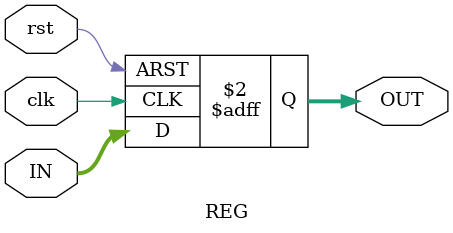
<source format=v>

module REG #( parameter NUM = 16)(
		//INPUT
		input clk, rst,
		input [NUM-1 :0] IN,
		
		//OUTPUT
		output reg [NUM-1 :0] OUT
	);
	
	always @(posedge clk or posedge rst) begin
		if(rst)
			OUT <= 0;
		else
			OUT <= IN;
	end

endmodule

</source>
